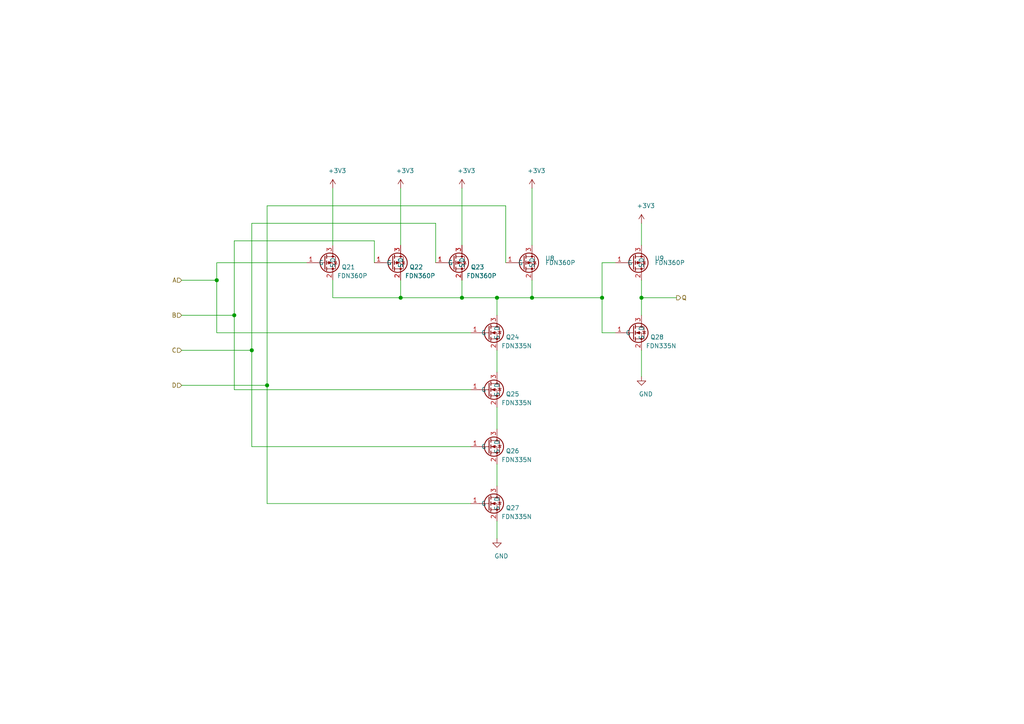
<source format=kicad_sch>
(kicad_sch (version 20200828) (generator eeschema)
  (page 0 26)
  (paper "A4")
  (lib_symbols
    (symbol "Custom_Transistors:FDN335N"
      (property "Reference" "Q" (at 9.525 -13.97 0))
      (property "Value" "FDN335N" (at 9.525 -13.97 0))
      (symbol "FDN335N_0_1"
        (circle (center -0.889 0) (radius 2.794) (stroke (width 0.254)))
        (circle (center 0 -1.778) (radius 0.254) (fill (type outline)))
        (circle (center 0 1.778) (radius 0.254) (fill (type outline)))
        (polyline (pts (xy -2.286 0) (xy -5.08 0)))
        (polyline (pts (xy -2.286 1.905) (xy -2.286 -1.905)) (stroke (width 0.254)))
        (polyline (pts (xy -1.778 -1.27) (xy -1.778 -2.286)) (stroke (width 0.254)))
        (polyline (pts (xy -1.778 0.508) (xy -1.778 -0.508)) (stroke (width 0.254)))
        (polyline (pts (xy -1.778 2.286) (xy -1.778 1.27)) (stroke (width 0.254)))
        (polyline (pts (xy 0 2.54) (xy 0 1.778)))
        (polyline (pts (xy 0 -2.54) (xy 0 0) (xy -1.778 0)))
        (polyline (pts (xy -1.778 -1.778) (xy 0.762 -1.778) (xy 0.762 1.778) (xy -1.778 1.778)))
        (polyline (pts (xy -1.524 0) (xy -0.508 0.381) (xy -0.508 -0.381) (xy -1.524 0)) (fill (type outline)))
        (polyline (pts (xy 0.254 0.508) (xy 0.381 0.381) (xy 1.143 0.381) (xy 1.27 0.254)))
        (polyline (pts (xy 0.762 0.381) (xy 0.381 -0.254) (xy 1.143 -0.254) (xy 0.762 0.381)))
      )
      (symbol "FDN335N_1_1"
        (pin passive line (at 0 5.08 270) (length 2.54) (name "D") (number "3"))
        (pin input line (at -7.62 0 0) (length 2.54) (name "G") (number "1"))
        (pin passive line (at 0 -5.08 90) (length 2.54) (name "S") (number "2"))
      )
    )
    (symbol "Custom_Transistors:FDN360P" (pin_names (offset 1.016))
      (property "Reference" "Q" (at 27.94 -11.43 0))
      (property "Value" "FDN360P" (at 27.94 -11.43 0))
      (symbol "FDN360P_0_1"
        (circle (center -0.889 0) (radius 2.794) (stroke (width 0.254)))
        (circle (center 0 -1.778) (radius 0.254) (fill (type outline)))
        (circle (center 0 1.778) (radius 0.254) (fill (type outline)))
        (polyline (pts (xy -2.286 0) (xy -5.08 0)))
        (polyline (pts (xy -2.286 1.905) (xy -2.286 -1.905)) (stroke (width 0.254)))
        (polyline (pts (xy -1.778 -1.27) (xy -1.778 -2.286)) (stroke (width 0.254)))
        (polyline (pts (xy -1.778 0.508) (xy -1.778 -0.508)) (stroke (width 0.254)))
        (polyline (pts (xy -1.778 2.286) (xy -1.778 1.27)) (stroke (width 0.254)))
        (polyline (pts (xy 0 2.54) (xy 0 1.778)))
        (polyline (pts (xy 0 -2.54) (xy 0 0) (xy -1.778 0)))
        (polyline (pts (xy -1.778 1.778) (xy 0.762 1.778) (xy 0.762 -1.778) (xy -1.778 -1.778)))
        (polyline (pts (xy -0.254 0) (xy -1.27 0.381) (xy -1.27 -0.381) (xy -0.254 0)) (fill (type outline)))
        (polyline (pts (xy 0.254 -0.508) (xy 0.381 -0.381) (xy 1.143 -0.381) (xy 1.27 -0.254)))
        (polyline (pts (xy 0.762 -0.381) (xy 0.381 0.254) (xy 1.143 0.254) (xy 0.762 -0.381)))
      )
      (symbol "FDN360P_1_1"
        (pin passive line (at 0 5.08 270) (length 2.54) (name "D") (number "3"))
        (pin input line (at -7.62 0 0) (length 2.54) (name "G") (number "1"))
        (pin passive line (at 0 -5.08 90) (length 2.54) (name "S") (number "2"))
      )
    )
    (symbol "power:+3V3" (power) (pin_names (offset 0))
      (property "Value" "+3V3" (at 0 3.556 0))
      (symbol "+3V3_0_1"
        (polyline (pts (xy -0.762 1.27) (xy 0 2.54)))
        (polyline (pts (xy 0 0) (xy 0 2.54)))
        (polyline (pts (xy 0 2.54) (xy 0.762 1.27)))
      )
      (symbol "+3V3_1_1"
        (pin power_in line (at 0 0 90) (length 0) hide (name "+3V3") (number "1"))
      )
    )
    (symbol "power:GND" (power) (pin_names (offset 0))
      (property "Value" "GND" (at 0 -3.81 0))
      (symbol "GND_0_1"
        (polyline (pts (xy 0 0) (xy 0 -1.27) (xy 1.27 -1.27) (xy 0 -2.54) (xy -1.27 -1.27) (xy 0 -1.27)))
      )
      (symbol "GND_1_1"
        (pin power_in line (at 0 0 270) (length 0) hide (name "GND") (number "1"))
      )
    )
  )
  (junction (at 62.865 81.28) (diameter 1.016))
  (junction (at 67.945 91.44) (diameter 1.016))
  (junction (at 73.025 101.6) (diameter 1.016))
  (junction (at 77.47 111.76) (diameter 1.016))
  (junction (at 116.205 86.36) (diameter 1.016))
  (junction (at 133.985 86.36) (diameter 1.016))
  (junction (at 144.145 86.36) (diameter 1.016))
  (junction (at 154.305 86.36) (diameter 1.016))
  (junction (at 174.625 86.36) (diameter 1.016))
  (junction (at 186.055 86.36) (diameter 1.016))
  (wire (pts (xy 52.705 81.28) (xy 62.865 81.28)))
  (wire (pts (xy 52.705 91.44) (xy 67.945 91.44)))
  (wire (pts (xy 52.705 101.6) (xy 73.025 101.6)))
  (wire (pts (xy 52.705 111.76) (xy 77.47 111.76)))
  (wire (pts (xy 62.865 76.2) (xy 62.865 81.28)))
  (wire (pts (xy 62.865 76.2) (xy 88.9 76.2)))
  (wire (pts (xy 62.865 81.28) (xy 62.865 96.52)))
  (wire (pts (xy 62.865 96.52) (xy 136.525 96.52)))
  (wire (pts (xy 67.945 69.85) (xy 67.945 91.44)))
  (wire (pts (xy 67.945 69.85) (xy 108.585 69.85)))
  (wire (pts (xy 67.945 91.44) (xy 67.945 113.03)))
  (wire (pts (xy 67.945 113.03) (xy 136.525 113.03)))
  (wire (pts (xy 73.025 64.77) (xy 126.365 64.77)))
  (wire (pts (xy 73.025 101.6) (xy 73.025 64.77)))
  (wire (pts (xy 73.025 129.54) (xy 73.025 101.6)))
  (wire (pts (xy 77.47 59.69) (xy 77.47 111.76)))
  (wire (pts (xy 77.47 59.69) (xy 146.685 59.69)))
  (wire (pts (xy 77.47 146.05) (xy 77.47 111.76)))
  (wire (pts (xy 96.52 54.61) (xy 96.52 71.12)))
  (wire (pts (xy 96.52 81.28) (xy 96.52 86.36)))
  (wire (pts (xy 96.52 86.36) (xy 116.205 86.36)))
  (wire (pts (xy 108.585 76.2) (xy 108.585 69.85)))
  (wire (pts (xy 116.205 54.61) (xy 116.205 71.12)))
  (wire (pts (xy 116.205 81.28) (xy 116.205 86.36)))
  (wire (pts (xy 116.205 86.36) (xy 133.985 86.36)))
  (wire (pts (xy 126.365 64.77) (xy 126.365 76.2)))
  (wire (pts (xy 133.985 54.61) (xy 133.985 71.12)))
  (wire (pts (xy 133.985 86.36) (xy 133.985 81.28)))
  (wire (pts (xy 136.525 129.54) (xy 73.025 129.54)))
  (wire (pts (xy 136.525 146.05) (xy 77.47 146.05)))
  (wire (pts (xy 144.145 86.36) (xy 133.985 86.36)))
  (wire (pts (xy 144.145 86.36) (xy 154.305 86.36)))
  (wire (pts (xy 144.145 91.44) (xy 144.145 86.36)))
  (wire (pts (xy 144.145 101.6) (xy 144.145 107.95)))
  (wire (pts (xy 144.145 118.11) (xy 144.145 124.46)))
  (wire (pts (xy 144.145 134.62) (xy 144.145 140.97)))
  (wire (pts (xy 144.145 151.13) (xy 144.145 156.21)))
  (wire (pts (xy 146.685 59.69) (xy 146.685 76.2)))
  (wire (pts (xy 154.305 54.61) (xy 154.305 71.12)))
  (wire (pts (xy 154.305 86.36) (xy 154.305 81.28)))
  (wire (pts (xy 154.305 86.36) (xy 174.625 86.36)))
  (wire (pts (xy 174.625 76.2) (xy 174.625 86.36)))
  (wire (pts (xy 174.625 86.36) (xy 174.625 96.52)))
  (wire (pts (xy 174.625 96.52) (xy 178.435 96.52)))
  (wire (pts (xy 178.435 76.2) (xy 174.625 76.2)))
  (wire (pts (xy 186.055 64.77) (xy 186.055 71.12)))
  (wire (pts (xy 186.055 81.28) (xy 186.055 86.36)))
  (wire (pts (xy 186.055 86.36) (xy 186.055 91.44)))
  (wire (pts (xy 186.055 86.36) (xy 196.215 86.36)))
  (wire (pts (xy 186.055 101.6) (xy 186.055 109.22)))
  (hierarchical_label "A" (shape input) (at 52.705 81.28 180))
  (hierarchical_label "B" (shape input) (at 52.705 91.44 180))
  (hierarchical_label "C" (shape input) (at 52.705 101.6 180))
  (hierarchical_label "D" (shape input) (at 52.705 111.76 180))
  (hierarchical_label "Q" (shape output) (at 196.215 86.36 0))
  (symbol (lib_id "power:+3V3") (at 96.52 54.61 0)
    (property "Reference" "#PWR0139" (effects hide))
    (property "Value" "+3V3" (at 97.79 49.53 0))
  )
  (symbol (lib_id "power:+3V3") (at 116.205 54.61 0)
    (property "Reference" "#PWR0137" (effects hide))
    (property "Value" "+3V3" (at 117.475 49.53 0))
  )
  (symbol (lib_id "power:+3V3") (at 133.985 54.61 0)
    (property "Reference" "#PWR0138" (effects hide))
    (property "Value" "+3V3" (at 135.255 49.53 0))
  )
  (symbol (lib_id "power:+3V3") (at 154.305 54.61 0)
    (property "Reference" "#PWR0140" (effects hide))
    (property "Value" "+3V3" (at 155.575 49.53 0))
  )
  (symbol (lib_id "power:+3V3") (at 186.055 64.77 0)
    (property "Reference" "#PWR0143" (effects hide))
    (property "Value" "+3V3" (at 187.325 59.69 0))
  )
  (symbol (lib_id "power:GND") (at 144.145 156.21 0)
    (property "Reference" "#PWR0141" (effects hide))
    (property "Value" "GND" (at 145.415 161.29 0))
  )
  (symbol (lib_id "power:GND") (at 186.055 109.22 0)
    (property "Reference" "#PWR0142" (effects hide))
    (property "Value" "GND" (at 187.325 114.3 0))
  )
  (symbol (lib_id "Custom_Transistors:FDN360P") (at 96.52 76.2 0)
    (property "Reference" "Q21" (at 99.06 77.47 0) (effects (justify left)))
    (property "Value" "FDN360P" (at 97.79 80.01 0) (effects (justify left)))
    (property "Footprint" "Package_TO_SOT_SMD:SOT-23" (effects hide))
  )
  (symbol (lib_id "Custom_Transistors:FDN360P") (at 116.205 76.2 0)
    (property "Reference" "Q22" (at 118.745 77.47 0) (effects (justify left)))
    (property "Value" "FDN360P" (at 117.475 80.01 0) (effects (justify left)))
    (property "Footprint" "Package_TO_SOT_SMD:SOT-23" (effects hide))
  )
  (symbol (lib_id "Custom_Transistors:FDN360P") (at 133.985 76.2 0)
    (property "Reference" "Q23" (at 136.525 77.47 0) (effects (justify left)))
    (property "Value" "FDN360P" (at 135.255 80.01 0) (effects (justify left)))
    (property "Footprint" "Package_TO_SOT_SMD:SOT-23" (effects hide))
  )
  (symbol (lib_id "Custom_Transistors:FDN335N") (at 144.145 96.52 0)
    (property "Reference" "Q24" (at 146.685 97.79 0) (effects (justify left)))
    (property "Value" "FDN335N" (at 145.415 100.33 0) (effects (justify left)))
    (property "Footprint" "Package_TO_SOT_SMD:SOT-23" (effects hide))
    (property "Datasheet" "https://datasheet.lcsc.com/szlcsc/ON-Semicon-ON-FDN335N_C241804.pdf" (effects hide))
  )
  (symbol (lib_id "Custom_Transistors:FDN335N") (at 144.145 113.03 0)
    (property "Reference" "Q25" (at 146.685 114.3 0) (effects (justify left)))
    (property "Value" "FDN335N" (at 145.415 116.84 0) (effects (justify left)))
    (property "Footprint" "Package_TO_SOT_SMD:SOT-23" (effects hide))
    (property "Datasheet" "https://datasheet.lcsc.com/szlcsc/ON-Semicon-ON-FDN335N_C241804.pdf" (effects hide))
  )
  (symbol (lib_id "Custom_Transistors:FDN335N") (at 144.145 129.54 0)
    (property "Reference" "Q26" (at 146.685 130.81 0) (effects (justify left)))
    (property "Value" "FDN335N" (at 145.415 133.35 0) (effects (justify left)))
    (property "Footprint" "Package_TO_SOT_SMD:SOT-23" (effects hide))
    (property "Datasheet" "https://datasheet.lcsc.com/szlcsc/ON-Semicon-ON-FDN335N_C241804.pdf" (effects hide))
  )
  (symbol (lib_id "Custom_Transistors:FDN335N") (at 144.145 146.05 0)
    (property "Reference" "Q27" (at 146.685 147.32 0) (effects (justify left)))
    (property "Value" "FDN335N" (at 145.415 149.86 0) (effects (justify left)))
    (property "Footprint" "Package_TO_SOT_SMD:SOT-23" (effects hide))
    (property "Datasheet" "https://datasheet.lcsc.com/szlcsc/ON-Semicon-ON-FDN335N_C241804.pdf" (effects hide))
  )
  (symbol (lib_id "Custom_Transistors:FDN360P") (at 154.305 76.2 0)
    (property "Reference" "U8" (at 158.115 74.93 0) (effects (justify left)))
    (property "Value" "FDN360P" (at 158.115 76.2 0) (effects (justify left)))
    (property "Footprint" "Package_TO_SOT_SMD:SOT-23" (effects hide))
  )
  (symbol (lib_id "Custom_Transistors:FDN360P") (at 186.055 76.2 0)
    (property "Reference" "U9" (at 189.865 74.93 0) (effects (justify left)))
    (property "Value" "FDN360P" (at 189.865 76.2 0) (effects (justify left)))
    (property "Footprint" "Package_TO_SOT_SMD:SOT-23" (effects hide))
  )
  (symbol (lib_id "Custom_Transistors:FDN335N") (at 186.055 96.52 0)
    (property "Reference" "Q28" (at 188.595 97.79 0) (effects (justify left)))
    (property "Value" "FDN335N" (at 187.325 100.33 0) (effects (justify left)))
    (property "Footprint" "Package_TO_SOT_SMD:SOT-23" (effects hide))
    (property "Datasheet" "https://datasheet.lcsc.com/szlcsc/ON-Semicon-ON-FDN335N_C241804.pdf" (effects hide))
  )
)
</source>
